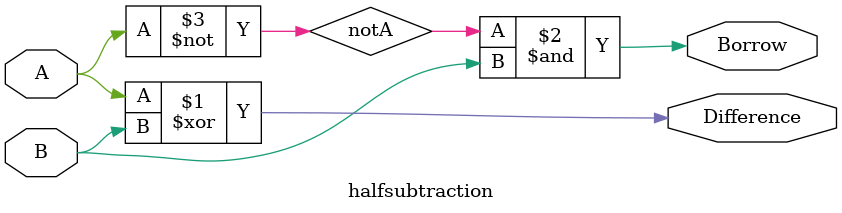
<source format=v>
module halfsubtraction (
    input A, B,
    output Difference, Borrow
);

wire notA;

xor xo1 (Difference, A, B);
not a1 (notA, A);
and an1 (Borrow, notA, B);

endmodule

</source>
